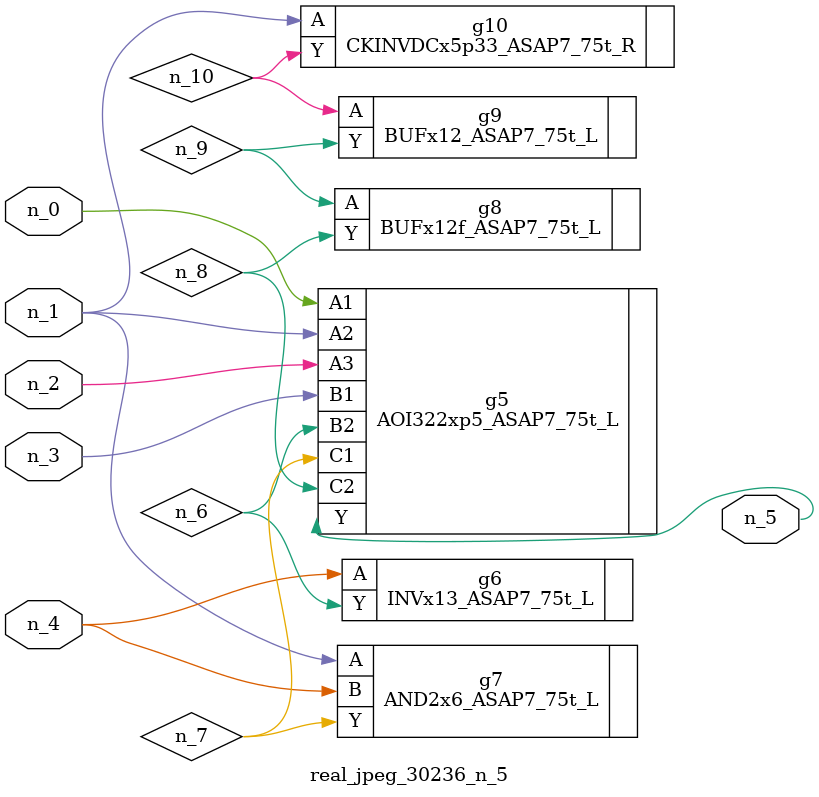
<source format=v>
module real_jpeg_30236_n_5 (n_4, n_0, n_1, n_2, n_3, n_5);

input n_4;
input n_0;
input n_1;
input n_2;
input n_3;

output n_5;

wire n_8;
wire n_6;
wire n_7;
wire n_10;
wire n_9;

AOI322xp5_ASAP7_75t_L g5 ( 
.A1(n_0),
.A2(n_1),
.A3(n_2),
.B1(n_3),
.B2(n_6),
.C1(n_7),
.C2(n_8),
.Y(n_5)
);

AND2x6_ASAP7_75t_L g7 ( 
.A(n_1),
.B(n_4),
.Y(n_7)
);

CKINVDCx5p33_ASAP7_75t_R g10 ( 
.A(n_1),
.Y(n_10)
);

INVx13_ASAP7_75t_L g6 ( 
.A(n_4),
.Y(n_6)
);

BUFx12f_ASAP7_75t_L g8 ( 
.A(n_9),
.Y(n_8)
);

BUFx12_ASAP7_75t_L g9 ( 
.A(n_10),
.Y(n_9)
);


endmodule
</source>
